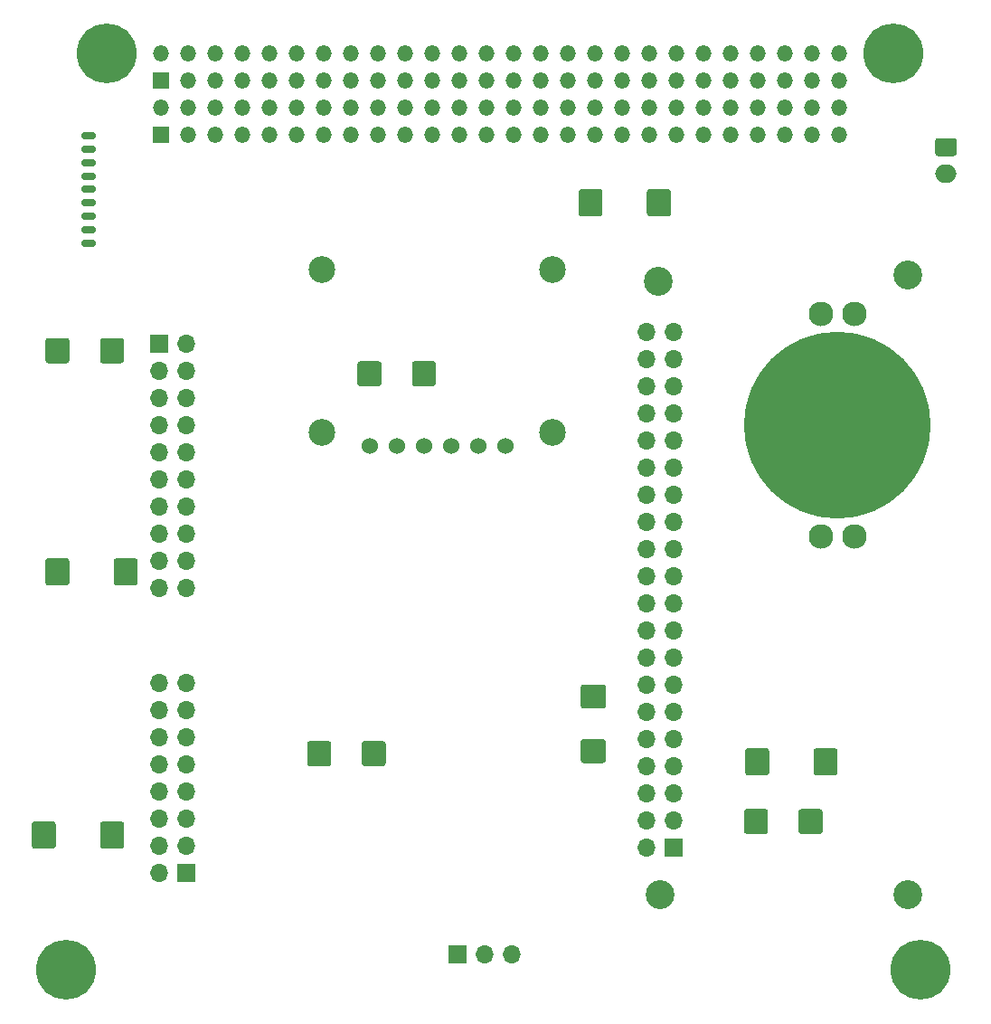
<source format=gbr>
%TF.GenerationSoftware,KiCad,Pcbnew,(5.1.9)-1*%
%TF.CreationDate,2021-11-18T21:52:08-05:00*%
%TF.ProjectId,REVERB Interface,52455645-5242-4204-996e-746572666163,rev?*%
%TF.SameCoordinates,Original*%
%TF.FileFunction,Soldermask,Bot*%
%TF.FilePolarity,Negative*%
%FSLAX46Y46*%
G04 Gerber Fmt 4.6, Leading zero omitted, Abs format (unit mm)*
G04 Created by KiCad (PCBNEW (5.1.9)-1) date 2021-11-18 21:52:08*
%MOMM*%
%LPD*%
G01*
G04 APERTURE LIST*
%ADD10O,2.000000X1.700000*%
%ADD11C,17.500000*%
%ADD12C,2.300000*%
%ADD13C,2.500000*%
%ADD14C,1.524000*%
%ADD15O,1.700000X1.700000*%
%ADD16R,1.700000X1.700000*%
%ADD17C,2.700000*%
%ADD18C,5.600000*%
%ADD19C,3.600000*%
%ADD20O,1.400000X0.700000*%
%ADD21O,1.500000X1.500000*%
%ADD22R,1.500000X1.500000*%
G04 APERTURE END LIST*
D10*
%TO.C,J6*%
X194310000Y-69175000D03*
G36*
G01*
X193560000Y-65825000D02*
X195060000Y-65825000D01*
G75*
G02*
X195310000Y-66075000I0J-250000D01*
G01*
X195310000Y-67275000D01*
G75*
G02*
X195060000Y-67525000I-250000J0D01*
G01*
X193560000Y-67525000D01*
G75*
G02*
X193310000Y-67275000I0J250000D01*
G01*
X193310000Y-66075000D01*
G75*
G02*
X193560000Y-65825000I250000J0D01*
G01*
G37*
%TD*%
D11*
%TO.C,BT1*%
X184150000Y-92710000D03*
D12*
X182650000Y-103110000D03*
X185750000Y-103110000D03*
X185750000Y-82310000D03*
X182650000Y-82310000D03*
%TD*%
D13*
%TO.C,U1*%
X157480000Y-78105000D03*
X135890000Y-78105000D03*
X157480000Y-93345000D03*
X135890000Y-93345000D03*
D14*
X140335000Y-94615000D03*
X142875000Y-94615000D03*
X145415000Y-94615000D03*
X147955000Y-94615000D03*
X150495000Y-94615000D03*
X153035000Y-94615000D03*
%TD*%
%TO.C,C19*%
G36*
G01*
X160364999Y-122075000D02*
X162215001Y-122075000D01*
G75*
G02*
X162465000Y-122324999I0J-249999D01*
G01*
X162465000Y-124075001D01*
G75*
G02*
X162215001Y-124325000I-249999J0D01*
G01*
X160364999Y-124325000D01*
G75*
G02*
X160115000Y-124075001I0J249999D01*
G01*
X160115000Y-122324999D01*
G75*
G02*
X160364999Y-122075000I249999J0D01*
G01*
G37*
G36*
G01*
X160364999Y-116975000D02*
X162215001Y-116975000D01*
G75*
G02*
X162465000Y-117224999I0J-249999D01*
G01*
X162465000Y-118975001D01*
G75*
G02*
X162215001Y-119225000I-249999J0D01*
G01*
X160364999Y-119225000D01*
G75*
G02*
X160115000Y-118975001I0J249999D01*
G01*
X160115000Y-117224999D01*
G75*
G02*
X160364999Y-116975000I249999J0D01*
G01*
G37*
%TD*%
%TO.C,C17*%
G36*
G01*
X136751000Y-122518999D02*
X136751000Y-124369001D01*
G75*
G02*
X136501001Y-124619000I-249999J0D01*
G01*
X134750999Y-124619000D01*
G75*
G02*
X134501000Y-124369001I0J249999D01*
G01*
X134501000Y-122518999D01*
G75*
G02*
X134750999Y-122269000I249999J0D01*
G01*
X136501001Y-122269000D01*
G75*
G02*
X136751000Y-122518999I0J-249999D01*
G01*
G37*
G36*
G01*
X141851000Y-122518999D02*
X141851000Y-124369001D01*
G75*
G02*
X141601001Y-124619000I-249999J0D01*
G01*
X139850999Y-124619000D01*
G75*
G02*
X139601000Y-124369001I0J249999D01*
G01*
X139601000Y-122518999D01*
G75*
G02*
X139850999Y-122269000I249999J0D01*
G01*
X141601001Y-122269000D01*
G75*
G02*
X141851000Y-122518999I0J-249999D01*
G01*
G37*
%TD*%
%TO.C,C15*%
G36*
G01*
X112225000Y-105400999D02*
X112225000Y-107451001D01*
G75*
G02*
X111975001Y-107701000I-249999J0D01*
G01*
X110224999Y-107701000D01*
G75*
G02*
X109975000Y-107451001I0J249999D01*
G01*
X109975000Y-105400999D01*
G75*
G02*
X110224999Y-105151000I249999J0D01*
G01*
X111975001Y-105151000D01*
G75*
G02*
X112225000Y-105400999I0J-249999D01*
G01*
G37*
G36*
G01*
X118625000Y-105400999D02*
X118625000Y-107451001D01*
G75*
G02*
X118375001Y-107701000I-249999J0D01*
G01*
X116624999Y-107701000D01*
G75*
G02*
X116375000Y-107451001I0J249999D01*
G01*
X116375000Y-105400999D01*
G75*
G02*
X116624999Y-105151000I249999J0D01*
G01*
X118375001Y-105151000D01*
G75*
G02*
X118625000Y-105400999I0J-249999D01*
G01*
G37*
%TD*%
%TO.C,C12*%
G36*
G01*
X166311000Y-72907001D02*
X166311000Y-70856999D01*
G75*
G02*
X166560999Y-70607000I249999J0D01*
G01*
X168311001Y-70607000D01*
G75*
G02*
X168561000Y-70856999I0J-249999D01*
G01*
X168561000Y-72907001D01*
G75*
G02*
X168311001Y-73157000I-249999J0D01*
G01*
X166560999Y-73157000D01*
G75*
G02*
X166311000Y-72907001I0J249999D01*
G01*
G37*
G36*
G01*
X159911000Y-72907001D02*
X159911000Y-70856999D01*
G75*
G02*
X160160999Y-70607000I249999J0D01*
G01*
X161911001Y-70607000D01*
G75*
G02*
X162161000Y-70856999I0J-249999D01*
G01*
X162161000Y-72907001D01*
G75*
G02*
X161911001Y-73157000I-249999J0D01*
G01*
X160160999Y-73157000D01*
G75*
G02*
X159911000Y-72907001I0J249999D01*
G01*
G37*
%TD*%
%TO.C,C18*%
G36*
G01*
X144300000Y-88809001D02*
X144300000Y-86958999D01*
G75*
G02*
X144549999Y-86709000I249999J0D01*
G01*
X146300001Y-86709000D01*
G75*
G02*
X146550000Y-86958999I0J-249999D01*
G01*
X146550000Y-88809001D01*
G75*
G02*
X146300001Y-89059000I-249999J0D01*
G01*
X144549999Y-89059000D01*
G75*
G02*
X144300000Y-88809001I0J249999D01*
G01*
G37*
G36*
G01*
X139200000Y-88809001D02*
X139200000Y-86958999D01*
G75*
G02*
X139449999Y-86709000I249999J0D01*
G01*
X141200001Y-86709000D01*
G75*
G02*
X141450000Y-86958999I0J-249999D01*
G01*
X141450000Y-88809001D01*
G75*
G02*
X141200001Y-89059000I-249999J0D01*
G01*
X139449999Y-89059000D01*
G75*
G02*
X139200000Y-88809001I0J249999D01*
G01*
G37*
%TD*%
%TO.C,C16*%
G36*
G01*
X115090000Y-86650001D02*
X115090000Y-84799999D01*
G75*
G02*
X115339999Y-84550000I249999J0D01*
G01*
X117090001Y-84550000D01*
G75*
G02*
X117340000Y-84799999I0J-249999D01*
G01*
X117340000Y-86650001D01*
G75*
G02*
X117090001Y-86900000I-249999J0D01*
G01*
X115339999Y-86900000D01*
G75*
G02*
X115090000Y-86650001I0J249999D01*
G01*
G37*
G36*
G01*
X109990000Y-86650001D02*
X109990000Y-84799999D01*
G75*
G02*
X110239999Y-84550000I249999J0D01*
G01*
X111990001Y-84550000D01*
G75*
G02*
X112240000Y-84799999I0J-249999D01*
G01*
X112240000Y-86650001D01*
G75*
G02*
X111990001Y-86900000I-249999J0D01*
G01*
X110239999Y-86900000D01*
G75*
G02*
X109990000Y-86650001I0J249999D01*
G01*
G37*
%TD*%
%TO.C,C14*%
G36*
G01*
X110955000Y-130038999D02*
X110955000Y-132089001D01*
G75*
G02*
X110705001Y-132339000I-249999J0D01*
G01*
X108954999Y-132339000D01*
G75*
G02*
X108705000Y-132089001I0J249999D01*
G01*
X108705000Y-130038999D01*
G75*
G02*
X108954999Y-129789000I249999J0D01*
G01*
X110705001Y-129789000D01*
G75*
G02*
X110955000Y-130038999I0J-249999D01*
G01*
G37*
G36*
G01*
X117355000Y-130038999D02*
X117355000Y-132089001D01*
G75*
G02*
X117105001Y-132339000I-249999J0D01*
G01*
X115354999Y-132339000D01*
G75*
G02*
X115105000Y-132089001I0J249999D01*
G01*
X115105000Y-130038999D01*
G75*
G02*
X115354999Y-129789000I249999J0D01*
G01*
X117105001Y-129789000D01*
G75*
G02*
X117355000Y-130038999I0J-249999D01*
G01*
G37*
%TD*%
%TO.C,C13*%
G36*
G01*
X180505000Y-130719001D02*
X180505000Y-128868999D01*
G75*
G02*
X180754999Y-128619000I249999J0D01*
G01*
X182505001Y-128619000D01*
G75*
G02*
X182755000Y-128868999I0J-249999D01*
G01*
X182755000Y-130719001D01*
G75*
G02*
X182505001Y-130969000I-249999J0D01*
G01*
X180754999Y-130969000D01*
G75*
G02*
X180505000Y-130719001I0J249999D01*
G01*
G37*
G36*
G01*
X175405000Y-130719001D02*
X175405000Y-128868999D01*
G75*
G02*
X175654999Y-128619000I249999J0D01*
G01*
X177405001Y-128619000D01*
G75*
G02*
X177655000Y-128868999I0J-249999D01*
G01*
X177655000Y-130719001D01*
G75*
G02*
X177405001Y-130969000I-249999J0D01*
G01*
X175654999Y-130969000D01*
G75*
G02*
X175405000Y-130719001I0J249999D01*
G01*
G37*
%TD*%
%TO.C,C11*%
G36*
G01*
X181907000Y-125231001D02*
X181907000Y-123180999D01*
G75*
G02*
X182156999Y-122931000I249999J0D01*
G01*
X183907001Y-122931000D01*
G75*
G02*
X184157000Y-123180999I0J-249999D01*
G01*
X184157000Y-125231001D01*
G75*
G02*
X183907001Y-125481000I-249999J0D01*
G01*
X182156999Y-125481000D01*
G75*
G02*
X181907000Y-125231001I0J249999D01*
G01*
G37*
G36*
G01*
X175507000Y-125231001D02*
X175507000Y-123180999D01*
G75*
G02*
X175756999Y-122931000I249999J0D01*
G01*
X177507001Y-122931000D01*
G75*
G02*
X177757000Y-123180999I0J-249999D01*
G01*
X177757000Y-125231001D01*
G75*
G02*
X177507001Y-125481000I-249999J0D01*
G01*
X175756999Y-125481000D01*
G75*
G02*
X175507000Y-125231001I0J249999D01*
G01*
G37*
%TD*%
D15*
%TO.C,J1*%
X166256000Y-84014000D03*
X168796000Y-84014000D03*
X166256000Y-86554000D03*
X168796000Y-86554000D03*
X166256000Y-89094000D03*
X168796000Y-89094000D03*
X166256000Y-91634000D03*
X168796000Y-91634000D03*
X166256000Y-94174000D03*
X168796000Y-94174000D03*
X166256000Y-96714000D03*
X168796000Y-96714000D03*
X166256000Y-99254000D03*
X168796000Y-99254000D03*
X166256000Y-101794000D03*
X168796000Y-101794000D03*
X166256000Y-104334000D03*
X168796000Y-104334000D03*
X166256000Y-106874000D03*
X168796000Y-106874000D03*
X166256000Y-109414000D03*
X168796000Y-109414000D03*
X166256000Y-111954000D03*
X168796000Y-111954000D03*
X166256000Y-114494000D03*
X168796000Y-114494000D03*
X166256000Y-117034000D03*
X168796000Y-117034000D03*
X166256000Y-119574000D03*
X168796000Y-119574000D03*
X166256000Y-122114000D03*
X168796000Y-122114000D03*
X166256000Y-124654000D03*
X168796000Y-124654000D03*
X166256000Y-127194000D03*
X168796000Y-127194000D03*
X166256000Y-129734000D03*
X168796000Y-129734000D03*
X166256000Y-132274000D03*
D16*
X168796000Y-132274000D03*
%TD*%
D15*
%TO.C,J5*%
X153670000Y-142240000D03*
X151130000Y-142240000D03*
D16*
X148590000Y-142240000D03*
%TD*%
D17*
%TO.C,M8*%
X190701000Y-136609000D03*
%TD*%
%TO.C,M7*%
X190701000Y-78609000D03*
%TD*%
%TO.C,M6*%
X167574000Y-136609000D03*
%TD*%
%TO.C,M5*%
X167384000Y-79244000D03*
%TD*%
D18*
%TO.C,M4*%
X191926000Y-143664000D03*
D19*
X191926000Y-143664000D03*
%TD*%
D18*
%TO.C,M3*%
X111916000Y-143664000D03*
D19*
X111916000Y-143664000D03*
%TD*%
D18*
%TO.C,M2*%
X189386000Y-57939000D03*
D19*
X189386000Y-57939000D03*
%TD*%
D18*
%TO.C,M1*%
X115726000Y-57939000D03*
D19*
X115726000Y-57939000D03*
%TD*%
D20*
%TO.C,J4*%
X114006000Y-75639000D03*
X114006000Y-74389000D03*
X114006000Y-73139000D03*
X114006000Y-71889000D03*
X114006000Y-70639000D03*
X114006000Y-69389000D03*
X114006000Y-68139000D03*
X114006000Y-66889000D03*
X114006000Y-65639000D03*
%TD*%
D15*
%TO.C,J3*%
X123190000Y-107950000D03*
X120650000Y-107950000D03*
X123190000Y-105410000D03*
X120650000Y-105410000D03*
X123190000Y-102870000D03*
X120650000Y-102870000D03*
X123190000Y-100330000D03*
X120650000Y-100330000D03*
X123190000Y-97790000D03*
X120650000Y-97790000D03*
X123190000Y-95250000D03*
X120650000Y-95250000D03*
X123190000Y-92710000D03*
X120650000Y-92710000D03*
X123190000Y-90170000D03*
X120650000Y-90170000D03*
X123190000Y-87630000D03*
X120650000Y-87630000D03*
X123190000Y-85090000D03*
D16*
X120650000Y-85090000D03*
%TD*%
D15*
%TO.C,J2*%
X120650000Y-116840000D03*
X123190000Y-116840000D03*
X120650000Y-119380000D03*
X123190000Y-119380000D03*
X120650000Y-121920000D03*
X123190000Y-121920000D03*
X120650000Y-124460000D03*
X123190000Y-124460000D03*
X120650000Y-127000000D03*
X123190000Y-127000000D03*
X120650000Y-129540000D03*
X123190000Y-129540000D03*
X120650000Y-132080000D03*
X123190000Y-132080000D03*
X120650000Y-134620000D03*
D16*
X123190000Y-134620000D03*
%TD*%
D21*
%TO.C,H2*%
X184306000Y-57939000D03*
X184306000Y-60479000D03*
X181766000Y-57939000D03*
X181766000Y-60479000D03*
X179226000Y-57939000D03*
X179226000Y-60479000D03*
X176686000Y-57939000D03*
X176686000Y-60479000D03*
X174146000Y-57939000D03*
X174146000Y-60479000D03*
X171606000Y-57939000D03*
X171606000Y-60479000D03*
X169066000Y-57939000D03*
X169066000Y-60479000D03*
X166526000Y-57939000D03*
X166526000Y-60479000D03*
X163986000Y-57939000D03*
X163986000Y-60479000D03*
X161446000Y-57939000D03*
X161446000Y-60479000D03*
X158906000Y-57939000D03*
X158906000Y-60479000D03*
X156366000Y-57939000D03*
X156366000Y-60479000D03*
X153826000Y-57939000D03*
X153826000Y-60479000D03*
X151286000Y-57939000D03*
X151286000Y-60479000D03*
X148746000Y-57939000D03*
X148746000Y-60479000D03*
X146206000Y-57939000D03*
X146206000Y-60479000D03*
X143666000Y-57939000D03*
X143666000Y-60479000D03*
X141126000Y-57939000D03*
X141126000Y-60479000D03*
X138586000Y-57939000D03*
X138586000Y-60479000D03*
X136046000Y-57939000D03*
X136046000Y-60479000D03*
X133506000Y-57939000D03*
X133506000Y-60479000D03*
X130966000Y-57939000D03*
X130966000Y-60479000D03*
X128426000Y-57939000D03*
X128426000Y-60479000D03*
X125886000Y-57939000D03*
X125886000Y-60479000D03*
X123346000Y-57939000D03*
X123346000Y-60479000D03*
X120806000Y-57939000D03*
D22*
X120806000Y-60479000D03*
%TD*%
D21*
%TO.C,H1*%
X184306000Y-63019000D03*
X184306000Y-65559000D03*
X181766000Y-63019000D03*
X181766000Y-65559000D03*
X179226000Y-63019000D03*
X179226000Y-65559000D03*
X176686000Y-63019000D03*
X176686000Y-65559000D03*
X174146000Y-63019000D03*
X174146000Y-65559000D03*
X171606000Y-63019000D03*
X171606000Y-65559000D03*
X169066000Y-63019000D03*
X169066000Y-65559000D03*
X166526000Y-63019000D03*
X166526000Y-65559000D03*
X163986000Y-63019000D03*
X163986000Y-65559000D03*
X161446000Y-63019000D03*
X161446000Y-65559000D03*
X158906000Y-63019000D03*
X158906000Y-65559000D03*
X156366000Y-63019000D03*
X156366000Y-65559000D03*
X153826000Y-63019000D03*
X153826000Y-65559000D03*
X151286000Y-63019000D03*
X151286000Y-65559000D03*
X148746000Y-63019000D03*
X148746000Y-65559000D03*
X146206000Y-63019000D03*
X146206000Y-65559000D03*
X143666000Y-63019000D03*
X143666000Y-65559000D03*
X141126000Y-63019000D03*
X141126000Y-65559000D03*
X138586000Y-63019000D03*
X138586000Y-65559000D03*
X136046000Y-63019000D03*
X136046000Y-65559000D03*
X133506000Y-63019000D03*
X133506000Y-65559000D03*
X130966000Y-63019000D03*
X130966000Y-65559000D03*
X128426000Y-63019000D03*
X128426000Y-65559000D03*
X125886000Y-63019000D03*
X125886000Y-65559000D03*
X123346000Y-63019000D03*
X123346000Y-65559000D03*
X120806000Y-63019000D03*
D22*
X120806000Y-65559000D03*
%TD*%
M02*

</source>
